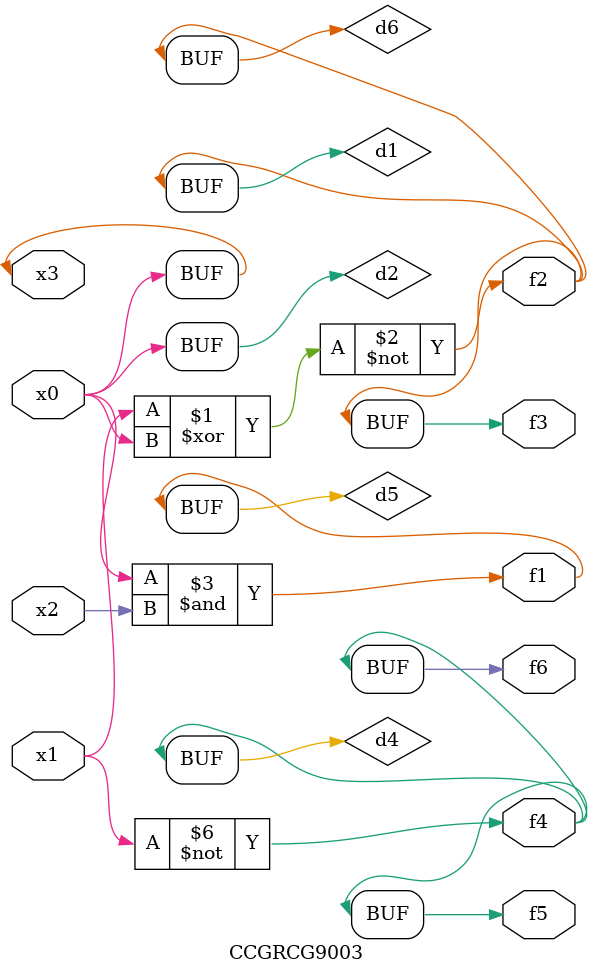
<source format=v>
module CCGRCG9003(
	input x0, x1, x2, x3,
	output f1, f2, f3, f4, f5, f6
);

	wire d1, d2, d3, d4, d5, d6;

	xnor (d1, x1, x3);
	buf (d2, x0, x3);
	nand (d3, x0, x2);
	not (d4, x1);
	nand (d5, d3);
	or (d6, d1);
	assign f1 = d5;
	assign f2 = d6;
	assign f3 = d6;
	assign f4 = d4;
	assign f5 = d4;
	assign f6 = d4;
endmodule

</source>
